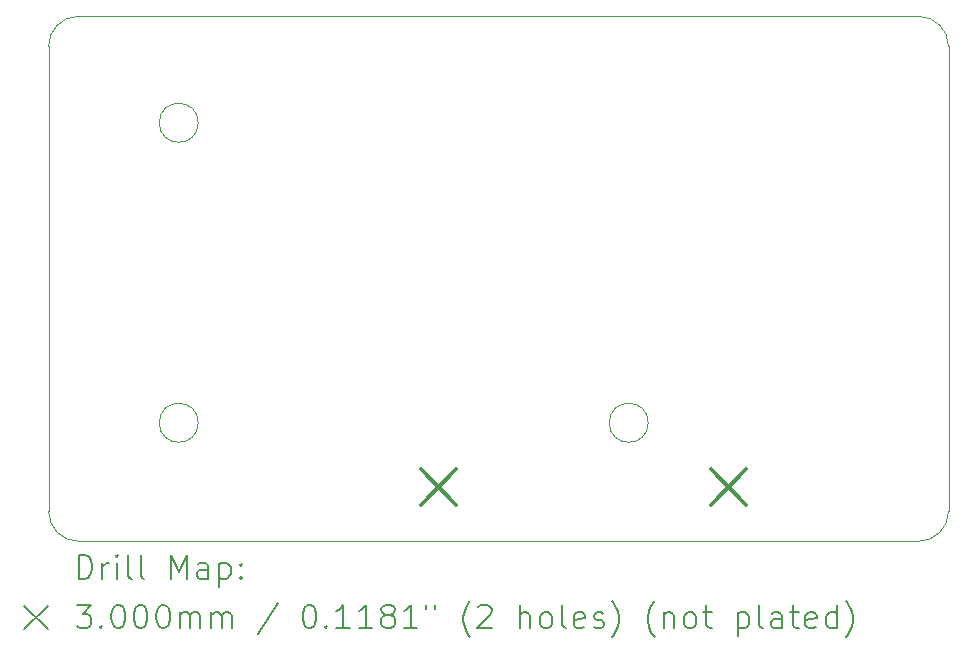
<source format=gbr>
%TF.GenerationSoftware,KiCad,Pcbnew,7.0.10*%
%TF.CreationDate,2025-02-18T11:07:13-08:00*%
%TF.ProjectId,flow-controller,666c6f77-2d63-46f6-9e74-726f6c6c6572,rev?*%
%TF.SameCoordinates,Original*%
%TF.FileFunction,Drillmap*%
%TF.FilePolarity,Positive*%
%FSLAX45Y45*%
G04 Gerber Fmt 4.5, Leading zero omitted, Abs format (unit mm)*
G04 Created by KiCad (PCBNEW 7.0.10) date 2025-02-18 11:07:13*
%MOMM*%
%LPD*%
G01*
G04 APERTURE LIST*
%ADD10C,0.100000*%
%ADD11C,0.200000*%
%ADD12C,0.299999*%
G04 APERTURE END LIST*
D10*
X5078195Y-12320805D02*
X5078195Y-8383805D01*
X5332195Y-8129805D02*
G75*
G03*
X5078195Y-8383805I0J-254000D01*
G01*
X10155655Y-11571505D02*
G75*
G03*
X9825455Y-11571505I-165100J0D01*
G01*
X9825455Y-11571505D02*
G75*
G03*
X10155655Y-11571505I165100J0D01*
G01*
X12698195Y-8383805D02*
G75*
G03*
X12444195Y-8129805I-254005J-5D01*
G01*
X12444195Y-12574805D02*
X5332195Y-12574805D01*
X6345655Y-9031505D02*
G75*
G03*
X6015455Y-9031505I-165100J0D01*
G01*
X6015455Y-9031505D02*
G75*
G03*
X6345655Y-9031505I165100J0D01*
G01*
X12444195Y-12574815D02*
G75*
G03*
X12698195Y-12320805I-5J254005D01*
G01*
X6345655Y-11571505D02*
G75*
G03*
X6015455Y-11571505I-165100J0D01*
G01*
X6015455Y-11571505D02*
G75*
G03*
X6345655Y-11571505I165100J0D01*
G01*
X5078195Y-12320805D02*
G75*
G03*
X5332195Y-12574805I253995J-5D01*
G01*
X12698195Y-8383805D02*
X12698195Y-12320805D01*
X5332195Y-8129805D02*
X12444195Y-8129805D01*
D11*
D12*
X8230195Y-11966000D02*
X8530195Y-12266000D01*
X8530195Y-11966000D02*
X8230195Y-12266000D01*
X10685500Y-11966000D02*
X10985500Y-12266000D01*
X10985500Y-11966000D02*
X10685500Y-12266000D01*
D11*
X5333972Y-12891289D02*
X5333972Y-12691289D01*
X5333972Y-12691289D02*
X5381591Y-12691289D01*
X5381591Y-12691289D02*
X5410162Y-12700813D01*
X5410162Y-12700813D02*
X5429210Y-12719860D01*
X5429210Y-12719860D02*
X5438734Y-12738908D01*
X5438734Y-12738908D02*
X5448257Y-12777003D01*
X5448257Y-12777003D02*
X5448257Y-12805575D01*
X5448257Y-12805575D02*
X5438734Y-12843670D01*
X5438734Y-12843670D02*
X5429210Y-12862717D01*
X5429210Y-12862717D02*
X5410162Y-12881765D01*
X5410162Y-12881765D02*
X5381591Y-12891289D01*
X5381591Y-12891289D02*
X5333972Y-12891289D01*
X5533972Y-12891289D02*
X5533972Y-12757955D01*
X5533972Y-12796051D02*
X5543496Y-12777003D01*
X5543496Y-12777003D02*
X5553019Y-12767479D01*
X5553019Y-12767479D02*
X5572067Y-12757955D01*
X5572067Y-12757955D02*
X5591115Y-12757955D01*
X5657781Y-12891289D02*
X5657781Y-12757955D01*
X5657781Y-12691289D02*
X5648257Y-12700813D01*
X5648257Y-12700813D02*
X5657781Y-12710336D01*
X5657781Y-12710336D02*
X5667305Y-12700813D01*
X5667305Y-12700813D02*
X5657781Y-12691289D01*
X5657781Y-12691289D02*
X5657781Y-12710336D01*
X5781591Y-12891289D02*
X5762543Y-12881765D01*
X5762543Y-12881765D02*
X5753019Y-12862717D01*
X5753019Y-12862717D02*
X5753019Y-12691289D01*
X5886353Y-12891289D02*
X5867305Y-12881765D01*
X5867305Y-12881765D02*
X5857781Y-12862717D01*
X5857781Y-12862717D02*
X5857781Y-12691289D01*
X6114924Y-12891289D02*
X6114924Y-12691289D01*
X6114924Y-12691289D02*
X6181591Y-12834146D01*
X6181591Y-12834146D02*
X6248257Y-12691289D01*
X6248257Y-12691289D02*
X6248257Y-12891289D01*
X6429210Y-12891289D02*
X6429210Y-12786527D01*
X6429210Y-12786527D02*
X6419686Y-12767479D01*
X6419686Y-12767479D02*
X6400638Y-12757955D01*
X6400638Y-12757955D02*
X6362543Y-12757955D01*
X6362543Y-12757955D02*
X6343495Y-12767479D01*
X6429210Y-12881765D02*
X6410162Y-12891289D01*
X6410162Y-12891289D02*
X6362543Y-12891289D01*
X6362543Y-12891289D02*
X6343495Y-12881765D01*
X6343495Y-12881765D02*
X6333972Y-12862717D01*
X6333972Y-12862717D02*
X6333972Y-12843670D01*
X6333972Y-12843670D02*
X6343495Y-12824622D01*
X6343495Y-12824622D02*
X6362543Y-12815098D01*
X6362543Y-12815098D02*
X6410162Y-12815098D01*
X6410162Y-12815098D02*
X6429210Y-12805575D01*
X6524448Y-12757955D02*
X6524448Y-12957955D01*
X6524448Y-12767479D02*
X6543495Y-12757955D01*
X6543495Y-12757955D02*
X6581591Y-12757955D01*
X6581591Y-12757955D02*
X6600638Y-12767479D01*
X6600638Y-12767479D02*
X6610162Y-12777003D01*
X6610162Y-12777003D02*
X6619686Y-12796051D01*
X6619686Y-12796051D02*
X6619686Y-12853194D01*
X6619686Y-12853194D02*
X6610162Y-12872241D01*
X6610162Y-12872241D02*
X6600638Y-12881765D01*
X6600638Y-12881765D02*
X6581591Y-12891289D01*
X6581591Y-12891289D02*
X6543495Y-12891289D01*
X6543495Y-12891289D02*
X6524448Y-12881765D01*
X6705400Y-12872241D02*
X6714924Y-12881765D01*
X6714924Y-12881765D02*
X6705400Y-12891289D01*
X6705400Y-12891289D02*
X6695876Y-12881765D01*
X6695876Y-12881765D02*
X6705400Y-12872241D01*
X6705400Y-12872241D02*
X6705400Y-12891289D01*
X6705400Y-12767479D02*
X6714924Y-12777003D01*
X6714924Y-12777003D02*
X6705400Y-12786527D01*
X6705400Y-12786527D02*
X6695876Y-12777003D01*
X6695876Y-12777003D02*
X6705400Y-12767479D01*
X6705400Y-12767479D02*
X6705400Y-12786527D01*
X4873195Y-13119805D02*
X5073195Y-13319805D01*
X5073195Y-13119805D02*
X4873195Y-13319805D01*
X5314924Y-13111289D02*
X5438734Y-13111289D01*
X5438734Y-13111289D02*
X5372067Y-13187479D01*
X5372067Y-13187479D02*
X5400638Y-13187479D01*
X5400638Y-13187479D02*
X5419686Y-13197003D01*
X5419686Y-13197003D02*
X5429210Y-13206527D01*
X5429210Y-13206527D02*
X5438734Y-13225575D01*
X5438734Y-13225575D02*
X5438734Y-13273194D01*
X5438734Y-13273194D02*
X5429210Y-13292241D01*
X5429210Y-13292241D02*
X5419686Y-13301765D01*
X5419686Y-13301765D02*
X5400638Y-13311289D01*
X5400638Y-13311289D02*
X5343496Y-13311289D01*
X5343496Y-13311289D02*
X5324448Y-13301765D01*
X5324448Y-13301765D02*
X5314924Y-13292241D01*
X5524448Y-13292241D02*
X5533972Y-13301765D01*
X5533972Y-13301765D02*
X5524448Y-13311289D01*
X5524448Y-13311289D02*
X5514924Y-13301765D01*
X5514924Y-13301765D02*
X5524448Y-13292241D01*
X5524448Y-13292241D02*
X5524448Y-13311289D01*
X5657781Y-13111289D02*
X5676829Y-13111289D01*
X5676829Y-13111289D02*
X5695876Y-13120813D01*
X5695876Y-13120813D02*
X5705400Y-13130336D01*
X5705400Y-13130336D02*
X5714924Y-13149384D01*
X5714924Y-13149384D02*
X5724448Y-13187479D01*
X5724448Y-13187479D02*
X5724448Y-13235098D01*
X5724448Y-13235098D02*
X5714924Y-13273194D01*
X5714924Y-13273194D02*
X5705400Y-13292241D01*
X5705400Y-13292241D02*
X5695876Y-13301765D01*
X5695876Y-13301765D02*
X5676829Y-13311289D01*
X5676829Y-13311289D02*
X5657781Y-13311289D01*
X5657781Y-13311289D02*
X5638734Y-13301765D01*
X5638734Y-13301765D02*
X5629210Y-13292241D01*
X5629210Y-13292241D02*
X5619686Y-13273194D01*
X5619686Y-13273194D02*
X5610162Y-13235098D01*
X5610162Y-13235098D02*
X5610162Y-13187479D01*
X5610162Y-13187479D02*
X5619686Y-13149384D01*
X5619686Y-13149384D02*
X5629210Y-13130336D01*
X5629210Y-13130336D02*
X5638734Y-13120813D01*
X5638734Y-13120813D02*
X5657781Y-13111289D01*
X5848257Y-13111289D02*
X5867305Y-13111289D01*
X5867305Y-13111289D02*
X5886353Y-13120813D01*
X5886353Y-13120813D02*
X5895876Y-13130336D01*
X5895876Y-13130336D02*
X5905400Y-13149384D01*
X5905400Y-13149384D02*
X5914924Y-13187479D01*
X5914924Y-13187479D02*
X5914924Y-13235098D01*
X5914924Y-13235098D02*
X5905400Y-13273194D01*
X5905400Y-13273194D02*
X5895876Y-13292241D01*
X5895876Y-13292241D02*
X5886353Y-13301765D01*
X5886353Y-13301765D02*
X5867305Y-13311289D01*
X5867305Y-13311289D02*
X5848257Y-13311289D01*
X5848257Y-13311289D02*
X5829210Y-13301765D01*
X5829210Y-13301765D02*
X5819686Y-13292241D01*
X5819686Y-13292241D02*
X5810162Y-13273194D01*
X5810162Y-13273194D02*
X5800638Y-13235098D01*
X5800638Y-13235098D02*
X5800638Y-13187479D01*
X5800638Y-13187479D02*
X5810162Y-13149384D01*
X5810162Y-13149384D02*
X5819686Y-13130336D01*
X5819686Y-13130336D02*
X5829210Y-13120813D01*
X5829210Y-13120813D02*
X5848257Y-13111289D01*
X6038734Y-13111289D02*
X6057781Y-13111289D01*
X6057781Y-13111289D02*
X6076829Y-13120813D01*
X6076829Y-13120813D02*
X6086353Y-13130336D01*
X6086353Y-13130336D02*
X6095876Y-13149384D01*
X6095876Y-13149384D02*
X6105400Y-13187479D01*
X6105400Y-13187479D02*
X6105400Y-13235098D01*
X6105400Y-13235098D02*
X6095876Y-13273194D01*
X6095876Y-13273194D02*
X6086353Y-13292241D01*
X6086353Y-13292241D02*
X6076829Y-13301765D01*
X6076829Y-13301765D02*
X6057781Y-13311289D01*
X6057781Y-13311289D02*
X6038734Y-13311289D01*
X6038734Y-13311289D02*
X6019686Y-13301765D01*
X6019686Y-13301765D02*
X6010162Y-13292241D01*
X6010162Y-13292241D02*
X6000638Y-13273194D01*
X6000638Y-13273194D02*
X5991115Y-13235098D01*
X5991115Y-13235098D02*
X5991115Y-13187479D01*
X5991115Y-13187479D02*
X6000638Y-13149384D01*
X6000638Y-13149384D02*
X6010162Y-13130336D01*
X6010162Y-13130336D02*
X6019686Y-13120813D01*
X6019686Y-13120813D02*
X6038734Y-13111289D01*
X6191115Y-13311289D02*
X6191115Y-13177955D01*
X6191115Y-13197003D02*
X6200638Y-13187479D01*
X6200638Y-13187479D02*
X6219686Y-13177955D01*
X6219686Y-13177955D02*
X6248257Y-13177955D01*
X6248257Y-13177955D02*
X6267305Y-13187479D01*
X6267305Y-13187479D02*
X6276829Y-13206527D01*
X6276829Y-13206527D02*
X6276829Y-13311289D01*
X6276829Y-13206527D02*
X6286353Y-13187479D01*
X6286353Y-13187479D02*
X6305400Y-13177955D01*
X6305400Y-13177955D02*
X6333972Y-13177955D01*
X6333972Y-13177955D02*
X6353019Y-13187479D01*
X6353019Y-13187479D02*
X6362543Y-13206527D01*
X6362543Y-13206527D02*
X6362543Y-13311289D01*
X6457781Y-13311289D02*
X6457781Y-13177955D01*
X6457781Y-13197003D02*
X6467305Y-13187479D01*
X6467305Y-13187479D02*
X6486353Y-13177955D01*
X6486353Y-13177955D02*
X6514924Y-13177955D01*
X6514924Y-13177955D02*
X6533972Y-13187479D01*
X6533972Y-13187479D02*
X6543496Y-13206527D01*
X6543496Y-13206527D02*
X6543496Y-13311289D01*
X6543496Y-13206527D02*
X6553019Y-13187479D01*
X6553019Y-13187479D02*
X6572067Y-13177955D01*
X6572067Y-13177955D02*
X6600638Y-13177955D01*
X6600638Y-13177955D02*
X6619686Y-13187479D01*
X6619686Y-13187479D02*
X6629210Y-13206527D01*
X6629210Y-13206527D02*
X6629210Y-13311289D01*
X7019686Y-13101765D02*
X6848258Y-13358908D01*
X7276829Y-13111289D02*
X7295877Y-13111289D01*
X7295877Y-13111289D02*
X7314924Y-13120813D01*
X7314924Y-13120813D02*
X7324448Y-13130336D01*
X7324448Y-13130336D02*
X7333972Y-13149384D01*
X7333972Y-13149384D02*
X7343496Y-13187479D01*
X7343496Y-13187479D02*
X7343496Y-13235098D01*
X7343496Y-13235098D02*
X7333972Y-13273194D01*
X7333972Y-13273194D02*
X7324448Y-13292241D01*
X7324448Y-13292241D02*
X7314924Y-13301765D01*
X7314924Y-13301765D02*
X7295877Y-13311289D01*
X7295877Y-13311289D02*
X7276829Y-13311289D01*
X7276829Y-13311289D02*
X7257781Y-13301765D01*
X7257781Y-13301765D02*
X7248258Y-13292241D01*
X7248258Y-13292241D02*
X7238734Y-13273194D01*
X7238734Y-13273194D02*
X7229210Y-13235098D01*
X7229210Y-13235098D02*
X7229210Y-13187479D01*
X7229210Y-13187479D02*
X7238734Y-13149384D01*
X7238734Y-13149384D02*
X7248258Y-13130336D01*
X7248258Y-13130336D02*
X7257781Y-13120813D01*
X7257781Y-13120813D02*
X7276829Y-13111289D01*
X7429210Y-13292241D02*
X7438734Y-13301765D01*
X7438734Y-13301765D02*
X7429210Y-13311289D01*
X7429210Y-13311289D02*
X7419686Y-13301765D01*
X7419686Y-13301765D02*
X7429210Y-13292241D01*
X7429210Y-13292241D02*
X7429210Y-13311289D01*
X7629210Y-13311289D02*
X7514924Y-13311289D01*
X7572067Y-13311289D02*
X7572067Y-13111289D01*
X7572067Y-13111289D02*
X7553019Y-13139860D01*
X7553019Y-13139860D02*
X7533972Y-13158908D01*
X7533972Y-13158908D02*
X7514924Y-13168432D01*
X7819686Y-13311289D02*
X7705400Y-13311289D01*
X7762543Y-13311289D02*
X7762543Y-13111289D01*
X7762543Y-13111289D02*
X7743496Y-13139860D01*
X7743496Y-13139860D02*
X7724448Y-13158908D01*
X7724448Y-13158908D02*
X7705400Y-13168432D01*
X7933972Y-13197003D02*
X7914924Y-13187479D01*
X7914924Y-13187479D02*
X7905400Y-13177955D01*
X7905400Y-13177955D02*
X7895877Y-13158908D01*
X7895877Y-13158908D02*
X7895877Y-13149384D01*
X7895877Y-13149384D02*
X7905400Y-13130336D01*
X7905400Y-13130336D02*
X7914924Y-13120813D01*
X7914924Y-13120813D02*
X7933972Y-13111289D01*
X7933972Y-13111289D02*
X7972067Y-13111289D01*
X7972067Y-13111289D02*
X7991115Y-13120813D01*
X7991115Y-13120813D02*
X8000639Y-13130336D01*
X8000639Y-13130336D02*
X8010162Y-13149384D01*
X8010162Y-13149384D02*
X8010162Y-13158908D01*
X8010162Y-13158908D02*
X8000639Y-13177955D01*
X8000639Y-13177955D02*
X7991115Y-13187479D01*
X7991115Y-13187479D02*
X7972067Y-13197003D01*
X7972067Y-13197003D02*
X7933972Y-13197003D01*
X7933972Y-13197003D02*
X7914924Y-13206527D01*
X7914924Y-13206527D02*
X7905400Y-13216051D01*
X7905400Y-13216051D02*
X7895877Y-13235098D01*
X7895877Y-13235098D02*
X7895877Y-13273194D01*
X7895877Y-13273194D02*
X7905400Y-13292241D01*
X7905400Y-13292241D02*
X7914924Y-13301765D01*
X7914924Y-13301765D02*
X7933972Y-13311289D01*
X7933972Y-13311289D02*
X7972067Y-13311289D01*
X7972067Y-13311289D02*
X7991115Y-13301765D01*
X7991115Y-13301765D02*
X8000639Y-13292241D01*
X8000639Y-13292241D02*
X8010162Y-13273194D01*
X8010162Y-13273194D02*
X8010162Y-13235098D01*
X8010162Y-13235098D02*
X8000639Y-13216051D01*
X8000639Y-13216051D02*
X7991115Y-13206527D01*
X7991115Y-13206527D02*
X7972067Y-13197003D01*
X8200639Y-13311289D02*
X8086353Y-13311289D01*
X8143496Y-13311289D02*
X8143496Y-13111289D01*
X8143496Y-13111289D02*
X8124448Y-13139860D01*
X8124448Y-13139860D02*
X8105400Y-13158908D01*
X8105400Y-13158908D02*
X8086353Y-13168432D01*
X8276829Y-13111289D02*
X8276829Y-13149384D01*
X8353020Y-13111289D02*
X8353020Y-13149384D01*
X8648258Y-13387479D02*
X8638734Y-13377955D01*
X8638734Y-13377955D02*
X8619686Y-13349384D01*
X8619686Y-13349384D02*
X8610163Y-13330336D01*
X8610163Y-13330336D02*
X8600639Y-13301765D01*
X8600639Y-13301765D02*
X8591115Y-13254146D01*
X8591115Y-13254146D02*
X8591115Y-13216051D01*
X8591115Y-13216051D02*
X8600639Y-13168432D01*
X8600639Y-13168432D02*
X8610163Y-13139860D01*
X8610163Y-13139860D02*
X8619686Y-13120813D01*
X8619686Y-13120813D02*
X8638734Y-13092241D01*
X8638734Y-13092241D02*
X8648258Y-13082717D01*
X8714924Y-13130336D02*
X8724448Y-13120813D01*
X8724448Y-13120813D02*
X8743496Y-13111289D01*
X8743496Y-13111289D02*
X8791115Y-13111289D01*
X8791115Y-13111289D02*
X8810163Y-13120813D01*
X8810163Y-13120813D02*
X8819686Y-13130336D01*
X8819686Y-13130336D02*
X8829210Y-13149384D01*
X8829210Y-13149384D02*
X8829210Y-13168432D01*
X8829210Y-13168432D02*
X8819686Y-13197003D01*
X8819686Y-13197003D02*
X8705401Y-13311289D01*
X8705401Y-13311289D02*
X8829210Y-13311289D01*
X9067305Y-13311289D02*
X9067305Y-13111289D01*
X9153020Y-13311289D02*
X9153020Y-13206527D01*
X9153020Y-13206527D02*
X9143496Y-13187479D01*
X9143496Y-13187479D02*
X9124448Y-13177955D01*
X9124448Y-13177955D02*
X9095877Y-13177955D01*
X9095877Y-13177955D02*
X9076829Y-13187479D01*
X9076829Y-13187479D02*
X9067305Y-13197003D01*
X9276829Y-13311289D02*
X9257782Y-13301765D01*
X9257782Y-13301765D02*
X9248258Y-13292241D01*
X9248258Y-13292241D02*
X9238734Y-13273194D01*
X9238734Y-13273194D02*
X9238734Y-13216051D01*
X9238734Y-13216051D02*
X9248258Y-13197003D01*
X9248258Y-13197003D02*
X9257782Y-13187479D01*
X9257782Y-13187479D02*
X9276829Y-13177955D01*
X9276829Y-13177955D02*
X9305401Y-13177955D01*
X9305401Y-13177955D02*
X9324448Y-13187479D01*
X9324448Y-13187479D02*
X9333972Y-13197003D01*
X9333972Y-13197003D02*
X9343496Y-13216051D01*
X9343496Y-13216051D02*
X9343496Y-13273194D01*
X9343496Y-13273194D02*
X9333972Y-13292241D01*
X9333972Y-13292241D02*
X9324448Y-13301765D01*
X9324448Y-13301765D02*
X9305401Y-13311289D01*
X9305401Y-13311289D02*
X9276829Y-13311289D01*
X9457782Y-13311289D02*
X9438734Y-13301765D01*
X9438734Y-13301765D02*
X9429210Y-13282717D01*
X9429210Y-13282717D02*
X9429210Y-13111289D01*
X9610163Y-13301765D02*
X9591115Y-13311289D01*
X9591115Y-13311289D02*
X9553020Y-13311289D01*
X9553020Y-13311289D02*
X9533972Y-13301765D01*
X9533972Y-13301765D02*
X9524448Y-13282717D01*
X9524448Y-13282717D02*
X9524448Y-13206527D01*
X9524448Y-13206527D02*
X9533972Y-13187479D01*
X9533972Y-13187479D02*
X9553020Y-13177955D01*
X9553020Y-13177955D02*
X9591115Y-13177955D01*
X9591115Y-13177955D02*
X9610163Y-13187479D01*
X9610163Y-13187479D02*
X9619686Y-13206527D01*
X9619686Y-13206527D02*
X9619686Y-13225575D01*
X9619686Y-13225575D02*
X9524448Y-13244622D01*
X9695877Y-13301765D02*
X9714925Y-13311289D01*
X9714925Y-13311289D02*
X9753020Y-13311289D01*
X9753020Y-13311289D02*
X9772067Y-13301765D01*
X9772067Y-13301765D02*
X9781591Y-13282717D01*
X9781591Y-13282717D02*
X9781591Y-13273194D01*
X9781591Y-13273194D02*
X9772067Y-13254146D01*
X9772067Y-13254146D02*
X9753020Y-13244622D01*
X9753020Y-13244622D02*
X9724448Y-13244622D01*
X9724448Y-13244622D02*
X9705401Y-13235098D01*
X9705401Y-13235098D02*
X9695877Y-13216051D01*
X9695877Y-13216051D02*
X9695877Y-13206527D01*
X9695877Y-13206527D02*
X9705401Y-13187479D01*
X9705401Y-13187479D02*
X9724448Y-13177955D01*
X9724448Y-13177955D02*
X9753020Y-13177955D01*
X9753020Y-13177955D02*
X9772067Y-13187479D01*
X9848258Y-13387479D02*
X9857782Y-13377955D01*
X9857782Y-13377955D02*
X9876829Y-13349384D01*
X9876829Y-13349384D02*
X9886353Y-13330336D01*
X9886353Y-13330336D02*
X9895877Y-13301765D01*
X9895877Y-13301765D02*
X9905401Y-13254146D01*
X9905401Y-13254146D02*
X9905401Y-13216051D01*
X9905401Y-13216051D02*
X9895877Y-13168432D01*
X9895877Y-13168432D02*
X9886353Y-13139860D01*
X9886353Y-13139860D02*
X9876829Y-13120813D01*
X9876829Y-13120813D02*
X9857782Y-13092241D01*
X9857782Y-13092241D02*
X9848258Y-13082717D01*
X10210163Y-13387479D02*
X10200639Y-13377955D01*
X10200639Y-13377955D02*
X10181591Y-13349384D01*
X10181591Y-13349384D02*
X10172067Y-13330336D01*
X10172067Y-13330336D02*
X10162544Y-13301765D01*
X10162544Y-13301765D02*
X10153020Y-13254146D01*
X10153020Y-13254146D02*
X10153020Y-13216051D01*
X10153020Y-13216051D02*
X10162544Y-13168432D01*
X10162544Y-13168432D02*
X10172067Y-13139860D01*
X10172067Y-13139860D02*
X10181591Y-13120813D01*
X10181591Y-13120813D02*
X10200639Y-13092241D01*
X10200639Y-13092241D02*
X10210163Y-13082717D01*
X10286353Y-13177955D02*
X10286353Y-13311289D01*
X10286353Y-13197003D02*
X10295877Y-13187479D01*
X10295877Y-13187479D02*
X10314925Y-13177955D01*
X10314925Y-13177955D02*
X10343496Y-13177955D01*
X10343496Y-13177955D02*
X10362544Y-13187479D01*
X10362544Y-13187479D02*
X10372067Y-13206527D01*
X10372067Y-13206527D02*
X10372067Y-13311289D01*
X10495877Y-13311289D02*
X10476829Y-13301765D01*
X10476829Y-13301765D02*
X10467306Y-13292241D01*
X10467306Y-13292241D02*
X10457782Y-13273194D01*
X10457782Y-13273194D02*
X10457782Y-13216051D01*
X10457782Y-13216051D02*
X10467306Y-13197003D01*
X10467306Y-13197003D02*
X10476829Y-13187479D01*
X10476829Y-13187479D02*
X10495877Y-13177955D01*
X10495877Y-13177955D02*
X10524448Y-13177955D01*
X10524448Y-13177955D02*
X10543496Y-13187479D01*
X10543496Y-13187479D02*
X10553020Y-13197003D01*
X10553020Y-13197003D02*
X10562544Y-13216051D01*
X10562544Y-13216051D02*
X10562544Y-13273194D01*
X10562544Y-13273194D02*
X10553020Y-13292241D01*
X10553020Y-13292241D02*
X10543496Y-13301765D01*
X10543496Y-13301765D02*
X10524448Y-13311289D01*
X10524448Y-13311289D02*
X10495877Y-13311289D01*
X10619687Y-13177955D02*
X10695877Y-13177955D01*
X10648258Y-13111289D02*
X10648258Y-13282717D01*
X10648258Y-13282717D02*
X10657782Y-13301765D01*
X10657782Y-13301765D02*
X10676829Y-13311289D01*
X10676829Y-13311289D02*
X10695877Y-13311289D01*
X10914925Y-13177955D02*
X10914925Y-13377955D01*
X10914925Y-13187479D02*
X10933972Y-13177955D01*
X10933972Y-13177955D02*
X10972068Y-13177955D01*
X10972068Y-13177955D02*
X10991115Y-13187479D01*
X10991115Y-13187479D02*
X11000639Y-13197003D01*
X11000639Y-13197003D02*
X11010163Y-13216051D01*
X11010163Y-13216051D02*
X11010163Y-13273194D01*
X11010163Y-13273194D02*
X11000639Y-13292241D01*
X11000639Y-13292241D02*
X10991115Y-13301765D01*
X10991115Y-13301765D02*
X10972068Y-13311289D01*
X10972068Y-13311289D02*
X10933972Y-13311289D01*
X10933972Y-13311289D02*
X10914925Y-13301765D01*
X11124448Y-13311289D02*
X11105401Y-13301765D01*
X11105401Y-13301765D02*
X11095877Y-13282717D01*
X11095877Y-13282717D02*
X11095877Y-13111289D01*
X11286353Y-13311289D02*
X11286353Y-13206527D01*
X11286353Y-13206527D02*
X11276829Y-13187479D01*
X11276829Y-13187479D02*
X11257782Y-13177955D01*
X11257782Y-13177955D02*
X11219686Y-13177955D01*
X11219686Y-13177955D02*
X11200639Y-13187479D01*
X11286353Y-13301765D02*
X11267306Y-13311289D01*
X11267306Y-13311289D02*
X11219686Y-13311289D01*
X11219686Y-13311289D02*
X11200639Y-13301765D01*
X11200639Y-13301765D02*
X11191115Y-13282717D01*
X11191115Y-13282717D02*
X11191115Y-13263670D01*
X11191115Y-13263670D02*
X11200639Y-13244622D01*
X11200639Y-13244622D02*
X11219686Y-13235098D01*
X11219686Y-13235098D02*
X11267306Y-13235098D01*
X11267306Y-13235098D02*
X11286353Y-13225575D01*
X11353020Y-13177955D02*
X11429210Y-13177955D01*
X11381591Y-13111289D02*
X11381591Y-13282717D01*
X11381591Y-13282717D02*
X11391115Y-13301765D01*
X11391115Y-13301765D02*
X11410163Y-13311289D01*
X11410163Y-13311289D02*
X11429210Y-13311289D01*
X11572067Y-13301765D02*
X11553020Y-13311289D01*
X11553020Y-13311289D02*
X11514925Y-13311289D01*
X11514925Y-13311289D02*
X11495877Y-13301765D01*
X11495877Y-13301765D02*
X11486353Y-13282717D01*
X11486353Y-13282717D02*
X11486353Y-13206527D01*
X11486353Y-13206527D02*
X11495877Y-13187479D01*
X11495877Y-13187479D02*
X11514925Y-13177955D01*
X11514925Y-13177955D02*
X11553020Y-13177955D01*
X11553020Y-13177955D02*
X11572067Y-13187479D01*
X11572067Y-13187479D02*
X11581591Y-13206527D01*
X11581591Y-13206527D02*
X11581591Y-13225575D01*
X11581591Y-13225575D02*
X11486353Y-13244622D01*
X11753020Y-13311289D02*
X11753020Y-13111289D01*
X11753020Y-13301765D02*
X11733972Y-13311289D01*
X11733972Y-13311289D02*
X11695877Y-13311289D01*
X11695877Y-13311289D02*
X11676829Y-13301765D01*
X11676829Y-13301765D02*
X11667306Y-13292241D01*
X11667306Y-13292241D02*
X11657782Y-13273194D01*
X11657782Y-13273194D02*
X11657782Y-13216051D01*
X11657782Y-13216051D02*
X11667306Y-13197003D01*
X11667306Y-13197003D02*
X11676829Y-13187479D01*
X11676829Y-13187479D02*
X11695877Y-13177955D01*
X11695877Y-13177955D02*
X11733972Y-13177955D01*
X11733972Y-13177955D02*
X11753020Y-13187479D01*
X11829210Y-13387479D02*
X11838734Y-13377955D01*
X11838734Y-13377955D02*
X11857782Y-13349384D01*
X11857782Y-13349384D02*
X11867306Y-13330336D01*
X11867306Y-13330336D02*
X11876829Y-13301765D01*
X11876829Y-13301765D02*
X11886353Y-13254146D01*
X11886353Y-13254146D02*
X11886353Y-13216051D01*
X11886353Y-13216051D02*
X11876829Y-13168432D01*
X11876829Y-13168432D02*
X11867306Y-13139860D01*
X11867306Y-13139860D02*
X11857782Y-13120813D01*
X11857782Y-13120813D02*
X11838734Y-13092241D01*
X11838734Y-13092241D02*
X11829210Y-13082717D01*
M02*

</source>
